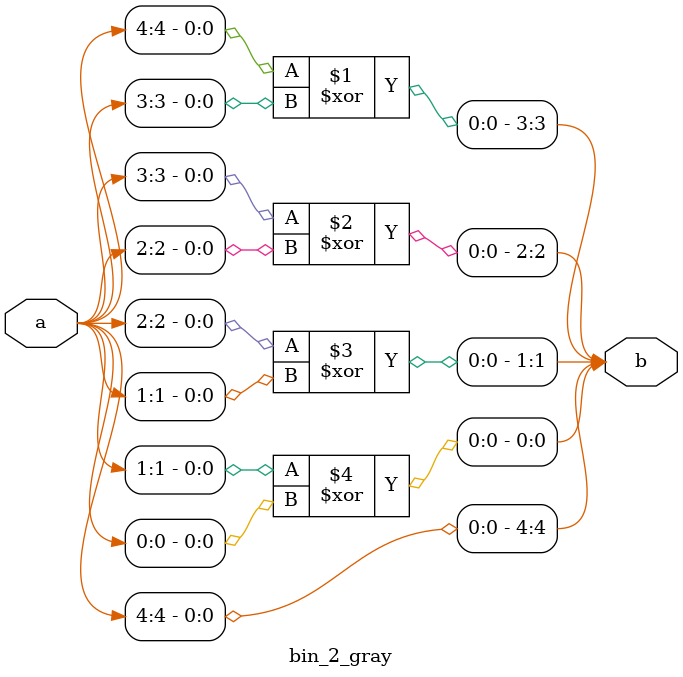
<source format=v>
`timescale 1ns / 1ps


module bin_2_gray(
input [4:0]a,
output [4:0]b );
assign b[4]=a[4];
assign b[3]=a[4]^a[3];
assign b[2]=a[3]^a[2];
assign b[1]=a[2]^a[1];
assign b[0]=a[1]^a[0];
endmodule

</source>
